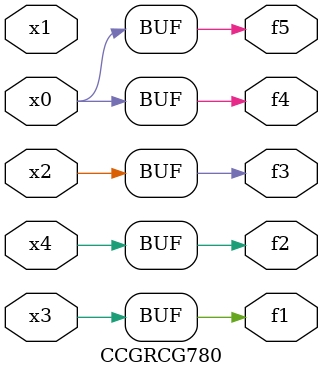
<source format=v>
module CCGRCG780(
	input x0, x1, x2, x3, x4,
	output f1, f2, f3, f4, f5
);
	assign f1 = x3;
	assign f2 = x4;
	assign f3 = x2;
	assign f4 = x0;
	assign f5 = x0;
endmodule

</source>
